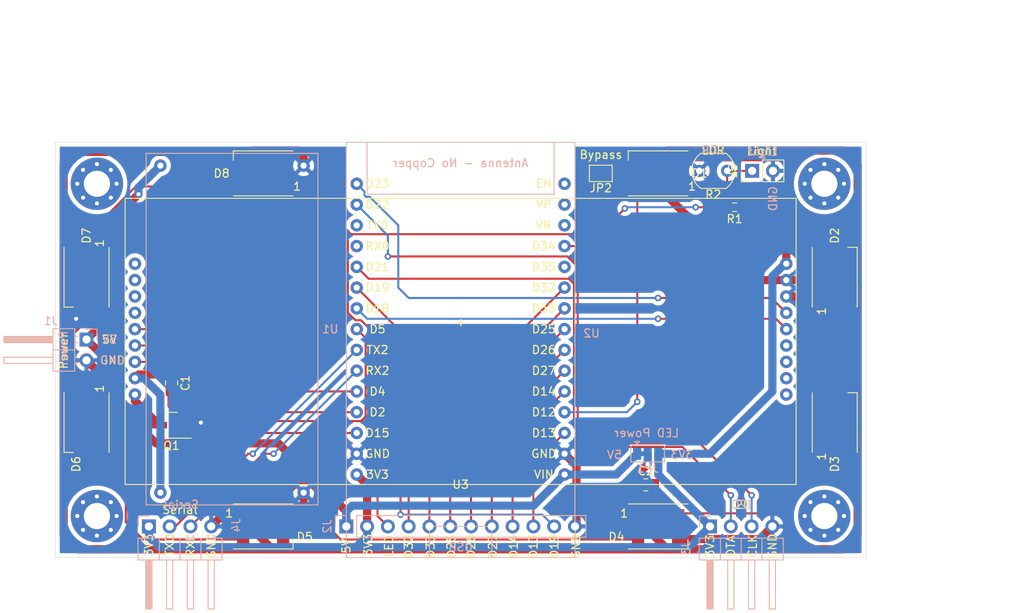
<source format=kicad_pcb>
(kicad_pcb (version 20211014) (generator pcbnew)
  (layers (0 "F.Cu" signal) (31 "B.Cu" signal) (34 "B.Paste" user) (35 "F.Paste" user) (36 "B.SilkS" user "B.Silkscreen") (37 "F.SilkS" user "F.Silkscreen") (38 "B.Mask" user) (39 "F.Mask" user) (44 "Edge.Cuts" user))
  (net 0 "")
  (net 1 "Net-(D1-Pad2)")
  (net 2 "LED_DATA")
  (net 3 "GND")
  (net 4 "Net-(D2-Pad2)")
  (net 5 "Net-(D3-Pad2)")
  (net 6 "Net-(D4-Pad2)")
  (net 7 "Net-(D5-Pad2)")
  (net 8 "Net-(D6-Pad2)")
  (net 9 "Net-(D7-Pad2)")
  (net 10 "LED_DATA_OUT")
  (net 11 "+5V")
  (net 12 "+3V3")
  (net 13 "D32")
  (net 14 "D33")
  (net 15 "D25")
  (net 16 "D26")
  (net 17 "D27")
  (net 18 "D14")
  (net 19 "D13")
  (net 20 "D19")
  (net 21 "I2C_CLK")
  (net 22 "I2C_DATA")
  (net 23 "TXDO")
  (net 24 "RXDI")
  (net 25 "LCD_PWM")
  (net 26 "LCD_BACKLIGHT_PWM")
  (net 27 "+7.5V")
  (net 28 "Net-(U2-Pad11)")
  (net 29 "Net-(U2-Pad8)")
  (net 30 "Net-(U2-Pad5)")
  (net 31 "Net-(U2-Pad9)")
  (net 32 "~{LCD_RESET}")
  (net 33 "LCD_RS")
  (net 34 "~{LCD_CS}")
  (net 35 "LCD_CLK")
  (net 36 "Net-(U2-Pad40)")
  (net 37 "Net-(U2-Pad41)")
  (net 38 "LCD_DATA")
  (net 39 "Net-(U3-Pad6)")
  (net 40 "Net-(U3-Pad7)")
  (net 41 "Net-(U3-Pad8)")
  (net 42 "Net-(U3-Pad9)")
  (net 43 "Net-(U3-Pad10)")
  (net 44 "Net-(U3-Pad11)")
  (net 45 "Net-(U3-Pad12)")
  (net 46 "Net-(U3-Pad13)")
  (net 47 "/LED_Power")
  (net 48 "AMBIENT_LIGHT")
  (footprint "LED_SMD:LED_WS2812B_PLCC4_5.0x5.0mm_P3.2mm" (layer "F.Cu") (at 103.505 90.805 -90)
    (fp_text reference "D7")
    (fp_text value "WS2812B" hide)
  )
  (footprint "LED_SMD:LED_WS2812B_PLCC4_5.0x5.0mm_P3.2mm" (layer "F.Cu") (at 103.505 108.585 -90)
    (fp_text reference "D6")
    (fp_text value "WS2812B" hide)
  )
  (footprint "LED_SMD:LED_WS2812B_PLCC4_5.0x5.0mm_P3.2mm" (layer "F.Cu") (at 125.095 78.105 180)
    (fp_text reference "D8")
    (fp_text value "WS2812B" hide)
  )
  (footprint "LED_SMD:LED_WS2812B_PLCC4_5.0x5.0mm_P3.2mm" (layer "F.Cu") (at 194.945 108.585 90)
    (fp_text reference "D3")
    (fp_text value "WS2812B" hide)
  )
  (footprint "D22_5003_03:D22-5003-03" (layer "F.Cu") (at 149.225 97.155)
    (fp_text reference "U3")
    (fp_text value "D22-5003-03_LCD")
  )
  (footprint "LED_SMD:LED_WS2812B_PLCC4_5.0x5.0mm_P3.2mm" (layer "F.Cu") (at 173.355 78.105 180)
    (fp_text reference "D1")
    (fp_text value "WS2812B" hide)
  )
  (footprint "LED_SMD:LED_WS2812B_PLCC4_5.0x5.0mm_P3.2mm" (layer "F.Cu") (at 194.945 90.805 90)
    (fp_text reference "D2")
    (fp_text value "WS2812B" hide)
  )
  (footprint "LED_SMD:LED_WS2812B_PLCC4_5.0x5.0mm_P3.2mm" (layer "F.Cu") (at 125.095 121.285)
    (fp_text reference "D5")
    (fp_text value "WS2812B" hide)
  )
  (footprint "Capacitor_SMD:C_0805_2012Metric_Pad1.18x1.45mm_HandSolder" (layer "F.Cu") (at 171.8525 116.205)
    (fp_text reference "C2")
    (fp_text value "10u")
  )
  (footprint "Capacitor_SMD:C_0805_2012Metric_Pad1.18x1.45mm_HandSolder" (layer "F.Cu") (at 113.8975 103.7375 -90)
    (fp_text reference "C1")
    (fp_text value "10u")
  )
  (footprint "MountingHole:MountingHole_3.2mm_M3_Pad_Via" (layer "F.Cu") (at 193.675 120.015)
    (fp_text reference "REF**" hide)
    (fp_text value "MountingHole_3.2mm_M3_Pad_Via" hide)
  )
  (footprint "MountingHole:MountingHole_3.2mm_M3_Pad_Via" (layer "F.Cu") (at 193.675 79.375)
    (fp_text reference "REF**" hide)
    (fp_text value "MountingHole_3.2mm_M3_Pad_Via" hide)
  )
  (footprint "MountingHole:MountingHole_3.2mm_M3_Pad_Via" (layer "F.Cu") (at 104.775 79.375)
    (fp_text reference "REF**" hide)
    (fp_text value "MountingHole_3.2mm_M3_Pad_Via" hide)
  )
  (footprint "MountingHole:MountingHole_3.2mm_M3_Pad_Via" (layer "F.Cu") (at 104.775 120.015)
    (fp_text reference "REF**" hide)
    (fp_text value "MountingHole_3.2mm_M3_Pad_Via" hide)
  )
  (footprint "Jumper:SolderJumper-2_P1.3mm_Open_Pad1.0x1.5mm" (layer "F.Cu") (at 166.355 78.105 180)
    (fp_text reference "JP2")
    (fp_text value "Bypass")
  )
  (footprint "LED_SMD:LED_WS2812B_PLCC4_5.0x5.0mm_P3.2mm" (layer "F.Cu") (at 173.355 121.285)
    (fp_text reference "D4")
    (fp_text value "WS2812B" hide)
  )
  (footprint "Package_TO_SOT_SMD:SOT-23_Handsoldering" (layer "F.Cu") (at 113.895 108.905 180)
    (fp_text reference "Q1")
    (fp_text value "TSM2302CX")
  )
  (footprint "Resistor_SMD:R_0603_1608Metric_Pad0.98x0.95mm_HandSolder" (layer "F.Cu") (at 182.7075 82.245 180)
    (fp_text reference "R1")
    (fp_text value "10k")
  )
  (footprint "OptoDevice:R_LDR_5.1x4.3mm_P3.4mm_Vertical" (layer "F.Cu") (at 181.795 77.795 180)
    (fp_text reference "R2")
    (fp_text value "LDR07" hide)
  )
  (footprint "Connector_PinHeader_2.54mm:PinHeader_1x02_P2.54mm_Vertical" (layer "F.Cu") (at 184.855 77.795 90)
    (fp_text reference "J5")
    (fp_text value "Light" hide)
  )
  (footprint "geekcreit_dev_board:geekcreit_dev_board" (layer "B.Cu") (at 149.225 97.155 180)
    (fp_text reference "U2")
    (fp_text value "Geekcreit_ESP32_Devboard")
  )
  (footprint "DC-DC_Converter:Buck-Boost" (layer "B.Cu") (at 121.285 97.155 -90)
    (fp_text reference "U1")
    (fp_text value "DC->DC")
  )
  (footprint "Connector_PinHeader_2.54mm:PinHeader_1x04_P2.54mm_Horizontal" (layer "B.Cu") (at 111.125 121.285 -90)
    (fp_text reference "J4")
    (fp_text value "Serial")
  )
  (footprint "Connector_PinHeader_2.54mm:PinHeader_1x12_P2.54mm_Vertical" (layer "B.Cu") (at 135.255 121.285 -90)
    (fp_text reference "J2")
    (fp_text value "Expansion")
  )
  (footprint "Connector_PinHeader_2.54mm:PinHeader_1x04_P2.54mm_Horizontal" (layer "B.Cu") (at 179.705 121.285 -90)
    (fp_text reference "J3")
    (fp_text value "I2C")
  )
  (footprint "Jumper:SolderJumper-3_P1.3mm_Bridged12_Pad1.0x1.5mm" (layer "B.Cu") (at 172.085 112.395)
    (fp_text reference "JP1")
    (fp_text value "LED_Power")
  )
  (footprint "Connector_PinHeader_2.54mm:PinHeader_1x02_P2.54mm_Horizontal" (layer "B.Cu") (at 103.505 98.425 180)
    (fp_text reference "J1")
    (fp_text value "Power")
  )
  (gr_line (start 99.695 125.095) (end 99.695 74.295) (layer "Edge.Cuts") (width 0.05))
  (gr_line (start 198.755 74.295) (end 198.755 125.095) (layer "Edge.Cuts") (width 0.05))
  (gr_line (start 198.755 125.095) (end 99.695 125.095) (layer "Edge.Cuts") (width 0.05))
  (gr_line (start 99.695 74.295) (end 198.755 74.295) (layer "Edge.Cuts") (width 0.05))
  (gr_text "Serial" (at 115.062 118.618) (layer "B.SilkS") (effects (font (size 1 1)) (justify mirror)))
  (gr_text "Power" (at 100.711 99.568 90) (layer "B.SilkS") (effects (font (size 1 1)) (justify mirror)))
  (gr_text "3V3" (at 176.276 112.522) (layer "B.SilkS") (effects (font (size 1 1)) (justify mirror)))
  (gr_text "Light" (at 186.145 75.445) (layer "B.SilkS") (effects (font (size 1 1)) (justify mirror)))
  (gr_text "GND" (at 187.395 81.195 90) (layer "B.SilkS") (effects (font (size 1 1)) (justify mirror)))
  (gr_text "LDR" (at 180.045 75.245) (layer "B.SilkS") (effects (font (size 1 1)) (justify mirror)))
  (gr_text "GND" (at 106.68 100.965) (layer "B.SilkS") (effects (font (size 1 1)) (justify mirror)))
  (gr_text "LED Power" (at 171.958 109.855) (layer "B.SilkS") (effects (font (size 1 1)) (justify mirror)))
  (gr_text "I2C" (at 183.515 118.618) (layer "B.SilkS") (effects (font (size 1 1)) (justify mirror)))
  (gr_text "5V" (at 168.021 112.522) (layer "B.SilkS") (effects (font (size 1 1)) (justify mirror)))
  (gr_text "5V" (at 106.299 98.425) (layer "B.SilkS") (effects (font (size 1 1)) (justify mirror)))
  (gr_text "3V3" (at 137.922 123.571 90) (layer "F.SilkS") (effects (font (size 1 1))))
  (gr_text "RXI" (at 116.205 123.825 90) (layer "F.SilkS") (effects (font (size 1 1))))
  (gr_text "5V" (at 135.255 123.698 90) (layer "F.SilkS") (effects (font (size 1 1))))
  (gr_text "D13" (at 158.115 123.698 90) (layer "F.SilkS") (effects (font (size 1 1))))
  (gr_text "D19" (at 160.655 123.698 90) (layer "F.SilkS") (effects (font (size 1 1))))
  (gr_text "Power" (at 100.711 99.822 90) (layer "F.SilkS") (effects (font (size 1 1))))
  (gr_text "Bypass" (at 166.37 75.819) (layer "F.SilkS") (effects (font (size 1 1))))
  (gr_text "D14" (at 155.702 123.698 90) (layer "F.SilkS") (effects (font (size 1 1))))
  (gr_text "GND" (at 163.322 123.698 90) (layer "F.SilkS") (effects (font (size 1 1))))
  (gr_text "D33" (at 145.542 123.698 90) (layer "F.SilkS") (effects (font (size 1 1))))
  (gr_text "3V3" (at 179.705 123.698 90) (layer "F.SilkS") (effects (font (size 1 1))))
  (gr_text "D26" (at 150.495 123.698 90) (layer "F.SilkS") (effects (font (size 1 1))))
  (gr_text "GND" (at 187.325 123.698 90) (layer "F.SilkS") (effects (font (size 1 1))))
  (gr_text "TXO" (at 113.665 123.571 90) (layer "F.SilkS") (effects (font (size 1 1))))
  (gr_text "I2C" (at 183.515 118.618) (layer "F.SilkS") (effects (font (size 1 1))))
  (gr_text "5V" (at 106.299 98.425) (layer "F.SilkS") (effects (font (size 1 1))))
  (gr_text "D25" (at 148.082 123.698 90) (layer "F.SilkS") (effects (font (size 1 1))))
  (gr_text "LED" (at 140.462 123.698 90) (layer "F.SilkS") (effects (font (size 1 1))))
  (gr_text "D27" (at 153.162 123.698 90) (layer "F.SilkS") (effects (font (size 1 1))))
  (gr_text "+" (at 149.2504 96.2914) (layer "F.SilkS") (effects (font (size 1 1))))
  (gr_text "CLK" (at 184.912 123.698 90) (layer "F.SilkS") (effects (font (size 1 1))))
  (gr_text "DTA" (at 182.245 123.698 90) (layer "F.SilkS") (effects (font (size 1 1))))
  (gr_text "Serial" (at 114.935 119.253) (layer "F.SilkS") (effects (font (size 1 1))))
  (gr_text "3V3" (at 111.125 123.571 90) (layer "F.SilkS") (effects (font (size 1 1))))
  (gr_text "D32" (at 142.875 123.698 90) (layer "F.SilkS") (effects (font (size 1 1))))
  (gr_text "LDR" (at 180.095 75.295) (layer "F.SilkS") (effects (font (size 1 1))))
  (gr_text "GND" (at 106.68 100.965) (layer "F.SilkS") (effects (font (size 1 1))))
  (gr_text "GND" (at 118.745 123.698 90) (layer "F.SilkS") (effects (font (size 1 1))))
  (gr_text "Light" (at 186.045 75.345) (layer "F.SilkS") (effects (font (size 1 1))))
  (segment (start 175.805 76.505) (end 188.285 76.505) (width 0.25) (layer "F.Cu") (net 1))
  (segment (start 189.495 77.715) (end 189.495 84.505) (width 0.25) (layer "F.Cu") (net 1))
  (segment (start 188.285 76.505) (end 189.495 77.715) (width 0.25) (layer "F.Cu") (net 1))
  (segment (start 189.495 84.505) (end 193.345 88.355) (width 0.25) (layer "F.Cu") (net 1))
  (segment (start 169.305 78.105) (end 170.905 79.705) (width 0.25) (layer "F.Cu") (net 2))
  (segment (start 170.815 106.045) (end 170.815 79.795) (width 0.25) (layer "F.Cu") (net 2))
  (segment (start 167.005 78.105) (end 169.305 78.105) (width 0.25) (layer "F.Cu") (net 2))
  (segment (start 170.815 79.795) (end 170.905 79.705) (width 0.25) (layer "F.Cu") (net 2))
  (via (at 170.815 106.045) (size 0.8) (drill 0.4) (layers "F.Cu" "B.Cu") (net 2))
  (segment (start 161.925 107.315) (end 169.545 107.315) (width 0.25) (layer "B.Cu") (net 2))
  (segment (start 169.545 107.315) (end 170.815 106.045) (width 0.25) (layer "B.Cu") (net 2))
  (segment (start 113.8975 106.4575) (end 115.395 107.955) (width 1) (layer "F.Cu") (net 3))
  (segment (start 187.325 121.285) (end 185.774999 122.835001) (width 1) (layer "F.Cu") (net 3))
  (segment (start 175.854999 122.835001) (end 175.805 122.885) (width 1) (layer "F.Cu") (net 3))
  (segment (start 122.645 76.505) (end 123.845001 75.304999) (width 1) (layer "F.Cu") (net 3))
  (segment (start 189.025 91.155) (end 184.744998 91.155) (width 1) (layer "F.Cu") (net 3))
  (segment (start 130.035 120.395) (end 127.545 122.885) (width 1) (layer "F.Cu") (net 3))
  (segment (start 104.165003 109.584999) (end 106.305001 107.445001) (width 1) (layer "F.Cu") (net 3))
  (segment (start 115.395 107.955) (end 116.845 107.955) (width 1) (layer "F.Cu") (net 3))
  (segment (start 101.905 93.255) (end 101.905 95.555) (width 1) (layer "F.Cu") (net 3))
  (segment (start 126.094999 120.624997) (end 123.955001 118.484999) (width 1) (layer "F.Cu") (net 3))
  (segment (start 123.845001 75.304999) (end 129.262629 75.304999) (width 1) (layer "F.Cu") (net 3))
  (segment (start 126.094999 121.434999) (end 126.094999 120.624997) (width 1) (layer "F.Cu") (net 3))
  (segment (start 106.305001 103.765001) (end 103.505 100.965) (width 1) (layer "F.Cu") (net 3))
  (segment (start 194.355001 108.324999) (end 196.545 106.135) (width 1) (layer "F.Cu") (net 3))
  (segment (start 184.744998 91.155) (end 170.905 77.315002) (width 1) (layer "F.Cu") (net 3))
  (segment (start 113.8975 104.775) (end 113.8975 106.4575) (width 1) (layer "F.Cu") (net 3))
  (segment (start 116.845 107.955) (end 117.475 108.585) (width 1) (layer "F.Cu") (net 3))
  (segment (start 103.355001 109.584999) (end 104.165003 109.584999) (width 1) (layer "F.Cu") (net 3))
  (segment (start 170.905 77.315002) (end 170.905 76.505) (width 1) (layer "F.Cu") (net 3))
  (segment (start 172.89 116.205) (end 172.89 119.97) (width 1) (layer "F.Cu") (net 3))
  (segment (start 121.545001 118.484999) (end 118.745 121.285) (width 1) (layer "F.Cu") (net 3))
  (segment (start 123.955001 118.484999) (end 121.545001 118.484999) (width 1) (layer "F.Cu") (net 3))
  (segment (start 127.545 122.885) (end 126.094999 121.434999) (width 1) (layer "F.Cu") (net 3))
  (segment (start 190.10263 93.155) (end 192.144999 95.197369) (width 1) (layer "F.Cu") (net 3))
  (segment (start 130.035 117.155) (end 130.035 120.395) (width 1) (layer "F.Cu") (net 3))
  (segment (start 101.905 95.555) (end 102.235 95.885) (width 1) (layer "F.Cu") (net 3))
  (segment (start 185.774999 122.835001) (end 175.854999 122.835001) (width 1) (layer "F.Cu") (net 3))
  (segment (start 189.025 93.155) (end 190.10263 93.155) (width 1) (layer "F.Cu") (net 3))
  (segment (start 189.025 91.155) (end 193.745 91.155) (width 1) (layer "F.Cu") (net 3))
  (segment (start 163.387001 113.857001) (end 163.387001 121.092999) (width 1) (layer "F.Cu") (net 3))
  (segment (start 101.905 111.035) (end 103.355001 109.584999) (width 1) (layer "F.Cu") (net 3))
  (segment (start 192.144999 95.197369) (end 192.144999 108.324999) (width 1) (layer "F.Cu") (net 3))
  (segment (start 172.89 119.97) (end 175.805 122.885) (width 1) (layer "F.Cu") (net 3))
  (segment (start 130.035 76.07737) (end 130.035 77.155) (width 1) (layer "F.Cu") (net 3))
  (segment (start 192.144999 108.324999) (end 194.355001 108.324999) (width 1) (layer "F.Cu") (net 3))
  (segment (start 106.305001 107.445001) (end 106.305001 103.765001) (width 1) (layer "F.Cu") (net 3))
  (segment (start 193.745 91.155) (end 196.545 88.355) (width 1) (layer "F.Cu") (net 3))
  (segment (start 129.262629 75.304999) (end 130.035 76.07737) (width 1) (layer "F.Cu") (net 3))
  (segment (start 161.925 112.395) (end 163.387001 113.857001) (width 1) (layer "F.Cu") (net 3))
  (segment (start 163.387001 121.092999) (end 163.195 121.285) (width 1) (layer "F.Cu") (net 3))
  (via (at 102.235 95.885) (size 1) (drill 0.5) (layers "F.Cu" "B.Cu") (net 3))
  (via (at 117.475 108.585) (size 1) (drill 0.5) (layers "F.Cu" "B.Cu") (net 3))
  (segment (start 196.545 93.255) (end 196.545 102.935) (width 0.25) (layer "F.Cu") (net 4))
  (segment (start 196.545 102.935) (end 193.345 106.135) (width 0.25) (layer "F.Cu") (net 4))
  (segment (start 175.805 119.685) (end 187.655 119.685) (width 0.25) (layer "F.Cu") (net 5))
  (segment (start 187.655 119.685) (end 196.305 111.035) (width 0.25) (layer "F.Cu") (net 5))
  (segment (start 196.305 111.035) (end 196.545 111.035) (width 0.25) (layer "F.Cu") (net 5))
  (segment (start 131.445 119.760002) (end 134.569998 122.885) (width 0.25) (layer "F.Cu") (net 6))
  (segment (start 127.545 118.036238) (end 129.559237 116.022001) (width 0.25) (layer "F.Cu") (net 6))
  (segment (start 129.559237 116.022001) (end 130.510763 116.022001) (width 0.25) (layer "F.Cu") (net 6))
  (segment (start 130.510763 116.022001) (end 131.445 116.956238) (width 0.25) (layer "F.Cu") (net 6))
  (segment (start 134.569998 122.885) (end 170.905 122.885) (width 0.25) (layer "F.Cu") (net 6))
  (segment (start 127.545 119.685) (end 127.545 118.036238) (width 0.25) (layer "F.Cu") (net 6))
  (segment (start 131.445 116.956238) (end 131.445 119.760002) (width 0.25) (layer "F.Cu") (net 6))
  (segment (start 108.300001 120.745003) (end 108.300001 114.230001) (width 0.25) (layer "F.Cu") (net 7))
  (segment (start 108.300001 114.230001) (end 105.105 111.035) (width 0.25) (layer "F.Cu") (net 7))
  (segment (start 110.439998 122.885) (end 108.300001 120.745003) (width 0.25) (layer "F.Cu") (net 7))
  (segment (start 122.645 122.885) (end 110.439998 122.885) (width 0.25) (layer "F.Cu") (net 7))
  (segment (start 101.905 97.739998) (end 105.105 94.539998) (width 0.25) (layer "F.Cu") (net 8))
  (segment (start 101.905 106.135) (end 101.905 97.739998) (width 0.25) (layer "F.Cu") (net 8))
  (segment (start 105.105 94.539998) (end 105.105 93.255) (width 0.25) (layer "F.Cu") (net 8))
  (segment (start 101.905 88.355) (end 101.905 87.325) (width 0.25) (layer "F.Cu") (net 9))
  (segment (start 109.525 79.705) (end 122.645 79.705) (width 0.25) (layer "F.Cu") (net 9))
  (segment (start 101.905 87.325) (end 109.525 79.705) (width 0.25) (layer "F.Cu") (net 9))
  (segment (start 135.437999 95.136761) (end 136.369237 96.067999) (width 0.25) (layer "F.Cu") (net 10))
  (segment (start 127.545 76.505) (end 127.545 77.255) (width 0.25) (layer "F.Cu") (net 10))
  (segment (start 127.545 77.255) (end 135.437999 85.147999) (width 0.25) (layer "F.Cu") (net 10))
  (segment (start 137.046761 96.067999) (end 139.065 98.086238) (width 0.25) (layer "F.Cu") (net 10))
  (segment (start 135.437999 85.147999) (end 135.437999 95.136761) (width 0.25) (layer "F.Cu") (net 10))
  (segment (start 139.065 120.015) (end 140.335 121.285) (width 0.25) (layer "F.Cu") (net 10))
  (segment (start 135.832001 85.542001) (end 135.437999 85.147999) (width 0.25) (layer "F.Cu") (net 10))
  (segment (start 165.705 78.105) (end 165.705 83.215) (width 0.25) (layer "F.Cu") (net 10))
  (segment (start 139.065 98.086238) (end 139.065 120.015) (width 0.25) (layer "F.Cu") (net 10))
  (segment (start 165.705 83.215) (end 163.377999 85.542001) (width 0.25) (layer "F.Cu") (net 10))
  (segment (start 163.377999 85.542001) (end 135.832001 85.542001) (width 0.25) (layer "F.Cu") (net 10))
  (segment (start 136.369237 96.067999) (end 137.046761 96.067999) (width 0.25) (layer "F.Cu") (net 10))
  (segment (start 126.945 111.125) (end 135.255 119.435) (width 1) (layer "F.Cu") (net 11))
  (segment (start 107.505012 106.625014) (end 112.004998 111.125) (width 1) (layer "F.Cu") (net 11))
  (segment (start 112.004998 111.125) (end 126.945 111.125) (width 1) (layer "F.Cu") (net 11))
  (segment (start 103.505 98.425) (end 107.505012 102.425012) (width 1) (layer "F.Cu") (net 11))
  (segment (start 107.315 83.185) (end 109.855 80.645) (width 1) (layer "F.Cu") (net 11))
  (segment (start 107.315 94.615) (end 107.315 83.185) (width 1) (layer "F.Cu") (net 11))
  (segment (start 135.255 119.435) (end 135.255 121.285) (width 1) (layer "F.Cu") (net 11))
  (segment (start 107.505012 102.425012) (end 107.505012 106.625014) (width 1) (layer "F.Cu") (net 11))
  (segment (start 103.505 98.425) (end 107.315 94.615) (width 1) (layer "F.Cu") (net 11))
  (via (at 109.855 80.645) (size 1) (drill 0.5) (layers "F.Cu" "B.Cu") (net 11))
  (segment (start 135.945 118.745) (end 158.115 118.745) (width 1) (layer "B.Cu") (net 11))
  (segment (start 109.855 80.645) (end 109.855 79.835) (width 1) (layer "B.Cu") (net 11))
  (segment (start 168.245 114.935) (end 170.785 112.395) (width 1) (layer "B.Cu") (net 11))
  (segment (start 135.255 119.435) (end 135.945 118.745) (width 1) (layer "B.Cu") (net 11))
  (segment (start 161.925 114.935) (end 168.245 114.935) (width 1) (layer "B.Cu") (net 11))
  (segment (start 158.115 118.745) (end 161.925 114.935) (width 1) (layer "B.Cu") (net 11))
  (segment (start 135.255 121.285) (end 135.255 119.435) (width 1) (layer "B.Cu") (net 11))
  (segment (start 109.855 79.835) (end 112.535 77.155) (width 1) (layer "B.Cu") (net 11))
  (segment (start 189.025 87.65) (end 183.62 82.245) (width 1) (layer "F.Cu") (net 12))
  (segment (start 137.795 116.205) (end 136.525 114.935) (width 1) (layer "F.Cu") (net 12))
  (segment (start 137.795 121.285) (end 137.795 116.205) (width 1) (layer "F.Cu") (net 12))
  (segment (start 189.025 89.155) (end 189.025 87.65) (width 1) (layer "F.Cu") (net 12))
  (segment (start 179.705 112.395) (end 187.325 104.775) (width 1) (layer "B.Cu") (net 12))
  (segment (start 188.861238 89.155) (end 189.025 89.155) (width 1) (layer "B.Cu") (net 12))
  (segment (start 136.457081 123.825) (end 137.795 122.487081) (width 1) (layer "B.Cu") (net 12))
  (segment (start 112.395 123.825) (end 136.457081 123.825) (width 1) (layer "B.Cu") (net 12))
  (segment (start 187.325 90.691238) (end 188.861238 89.155) (width 1) (layer "B.Cu") (net 12))
  (segment (start 187.325 104.775) (end 187.325 90.691238) (width 1) (layer "B.Cu") (net 12))
  (segment (start 111.125 122.555) (end 112.395 123.825) (width 1) (layer "B.Cu") (net 12))
  (segment (start 173.385 112.395) (end 179.705 112.395) (width 1) (layer "B.Cu") (net 12))
  (segment (start 137.795 122.487081) (end 137.795 121.285) (width 1) (layer "B.Cu") (net 12))
  (segment (start 173.385 114.965) (end 179.705 121.285) (width 1) (layer "B.Cu") (net 12))
  (segment (start 173.385 112.395) (end 173.385 114.965) (width 1) (layer "B.Cu") (net 12))
  (segment (start 136.457081 123.825) (end 177.165 123.825) (width 1) (layer "B.Cu") (net 12))
  (segment (start 177.165 123.825) (end 179.705 121.285) (width 1) (layer "B.Cu") (net 12))
  (segment (start 111.125 121.285) (end 111.125 122.555) (width 1) (layer "B.Cu") (net 12))
  (segment (start 161.925 92.075) (end 142.875 111.125) (width 0.25) (layer "F.Cu") (net 13))
  (segment (start 142.875 111.125) (end 142.875 121.285) (width 0.25) (layer "F.Cu") (net 13))
  (segment (start 161.925 94.615) (end 145.415 111.125) (width 0.25) (layer "F.Cu") (net 14))
  (segment (start 145.415 111.125) (end 145.415 121.285) (width 0.25) (layer "F.Cu") (net 14))
  (segment (start 161.925 97.155) (end 147.955 111.125) (width 0.25) (layer "F.Cu") (net 15))
  (segment (start 147.955 111.125) (end 147.955 121.285) (width 0.25) (layer "F.Cu") (net 15))
  (segment (start 161.925 99.695) (end 150.495 111.125) (width 0.25) (layer "F.Cu") (net 16))
  (segment (start 150.495 111.125) (end 150.495 121.285) (width 0.25) (layer "F.Cu") (net 16))
  (segment (start 153.035 111.125) (end 153.035 121.285) (width 0.25) (layer "F.Cu") (net 17))
  (segment (start 161.925 102.235) (end 153.035 111.125) (width 0.25) (layer "F.Cu") (net 17))
  (segment (start 161.925 104.775) (end 155.575 111.125) (width 0.25) (layer "F.Cu") (net 18))
  (segment (start 155.575 111.125) (end 155.575 121.285) (width 0.25) (layer "F.Cu") (net 18))
  (segment (start 161.925 109.855) (end 158.115 113.665) (width 0.25) (layer "F.Cu") (net 19))
  (segment (start 158.115 113.665) (end 158.115 121.285) (width 0.25) (layer "F.Cu") (net 19))
  (segment (start 136.525 92.075) (end 141.875644 97.425644) (width 0.25) (layer "F.Cu") (net 20))
  (segment (start 141.875644 97.425644) (end 141.875644 119.84501) (width 0.25) (layer "F.Cu") (net 20))
  (via (at 141.875644 119.84501) (size 0.8) (drill 0.4) (layers "F.Cu" "B.Cu") (net 20))
  (segment (start 160.655 121.285) (end 159.21501 119.84501) (width 0.25) (layer "B.Cu") (net 20))
  (segment (start 159.21501 119.84501) (end 141.875644 119.84501) (width 0.25) (layer "B.Cu") (net 20))
  (segment (start 163.533762 108.923762) (end 165.735 111.125) (width 0.25) (layer "F.Cu") (net 21))
  (segment (start 162.263762 88.265) (end 163.533762 89.535) (width 0.25) (layer "F.Cu") (net 21))
  (segment (start 178.435 111.125) (end 184.785 117.475) (width 0.25) (layer "F.Cu") (net 21))
  (segment (start 165.735 111.125) (end 178.435 111.125) (width 0.25) (layer "F.Cu") (net 21))
  (segment (start 163.533762 89.535) (end 163.533762 108.923762) (width 0.25) (layer "F.Cu") (net 21))
  (segment (start 140.335 88.265) (end 162.263762 88.265) (width 0.25) (layer "F.Cu") (net 21))
  (via (at 184.785 117.475) (size 0.8) (drill 0.4) (layers "F.Cu" "B.Cu") (net 21))
  (via (at 140.335 88.265) (size 0.8) (drill 0.4) (layers "F.Cu" "B.Cu") (net 21))
  (segment (start 136.525 81.915) (end 140.335 85.725) (width 0.25) (layer "B.Cu") (net 21))
  (segment (start 184.785 117.475) (end 184.785 121.285) (width 0.25) (layer "B.Cu") (net 21))
  (segment (start 140.335 85.725) (end 140.335 88.265) (width 0.25) (layer "B.Cu") (net 21))
  (segment (start 163.083751 91.624989) (end 163.083751 109.110162) (width 0.25) (layer "F.Cu") (net 22))
  (segment (start 136.525 89.535) (end 137.977999 90.987999) (width 0.25) (layer "F.Cu") (net 22))
  (segment (start 176.345011 111.575011) (end 182.245 117.475) (width 0.25) (layer "F.Cu") (net 22))
  (segment (start 163.083751 109.110162) (end 165.5486 111.575011) (width 0.25) (layer "F.Cu") (net 22))
  (segment (start 165.5486 111.575011) (end 176.345011 111.575011) (width 0.25) (layer "F.Cu") (net 22))
  (segment (start 137.977999 90.987999) (end 162.446761 90.987999) (width 0.25) (layer "F.Cu") (net 22))
  (segment (start 162.446761 90.987999) (end 163.083751 91.624989) (width 0.25) (layer "F.Cu") (net 22))
  (via (at 182.245 117.475) (size 0.8) (drill 0.4) (layers "F.Cu" "B.Cu") (net 22))
  (segment (start 182.245 117.475) (end 182.245 121.285) (width 0.25) (layer "B.Cu") (net 22))
  (segment (start 114.369315 121.285) (end 113.665 121.285) (width 0.25) (layer "F.Cu") (net 23))
  (segment (start 123.259315 112.395) (end 114.369315 121.285) (width 0.25) (layer "F.Cu") (net 23))
  (segment (start 123.825 112.395) (end 123.259315 112.395) (width 0.25) (layer "F.Cu") (net 23))
  (via (at 123.825 112.395) (size 0.8) (drill 0.4) (layers "F.Cu" "B.Cu") (net 23))
  (segment (start 136.525 99.695) (end 123.825 112.395) (width 0.25) (layer "B.Cu") (net 23))
  (segment (start 125.095 112.395) (end 116.205 121.285) (width 0.25) (layer "F.Cu") (net 24))
  (segment (start 126.365 112.395) (end 125.095 112.395) (width 0.25) (layer "F.Cu") (net 24))
  (via (at 126.365 112.395) (size 0.8) (drill 0.4) (layers "F.Cu" "B.Cu") (net 24))
  (segment (start 136.525 102.235) (end 126.365 112.395) (width 0.25) (layer "B.Cu") (net 24))
  (segment (start 115.395 109.855) (end 136.525 109.855) (width 0.25) (layer "F.Cu") (net 25))
  (segment (start 109.425 105.155) (end 109.425 105.935) (width 1) (layer "F.Cu") (net 26))
  (segment (start 109.425 105.935) (end 112.395 108.905) (width 1) (layer "F.Cu") (net 26))
  (segment (start 109.88 102.7) (end 109.425 103.155) (width 1) (layer "F.Cu") (net 27))
  (segment (start 113.8975 102.7) (end 109.88 102.7) (width 1) (layer "F.Cu") (net 27))
  (segment (start 112.535 105.18737) (end 110.50263 103.155) (width 1) (layer "B.Cu") (net 27))
  (segment (start 112.535 117.155) (end 112.535 105.18737) (width 1) (layer "B.Cu") (net 27))
  (segment (start 110.50263 103.155) (end 109.425 103.155) (width 1) (layer "B.Cu") (net 27))
  (segment (start 136.525 107.315) (end 121.285 107.315) (width 0.25) (layer "F.Cu") (net 32))
  (segment (start 113.125 99.155) (end 109.425 99.155) (width 0.25) (layer "F.Cu") (net 32))
  (segment (start 121.285 107.315) (end 113.125 99.155) (width 0.25) (layer "F.Cu") (net 32))
  (segment (start 136.525 104.775) (end 120.015 104.775) (width 0.25) (layer "F.Cu") (net 33))
  (segment (start 120.015 104.775) (end 112.395 97.155) (width 0.25) (layer "F.Cu") (net 33))
  (segment (start 112.395 97.155) (end 109.425 97.155) (width 0.25) (layer "F.Cu") (net 33))
  (segment (start 114.94751 102.24751) (end 121.102001 108.402001) (width 0.25) (layer "F.Cu") (net 34))
  (segment (start 137.046761 108.402001) (end 137.612001 107.836761) (width 0.25) (layer "F.Cu") (net 34))
  (segment (start 114.94751 102.12432) (end 114.94751 102.24751) (width 0.25) (layer "F.Cu") (net 34))
  (segment (start 113.97819 101.155) (end 114.94751 102.12432) (width 0.25) (layer "F.Cu") (net 34))
  (segment (start 137.612001 107.836761) (end 137.612001 98.242001) (width 0.25) (layer "F.Cu") (net 34))
  (segment (start 109.425 101.155) (end 113.97819 101.155) (width 0.25) (layer "F.Cu") (net 34))
  (segment (start 137.612001 98.242001) (end 136.525 97.155) (width 0.25) (layer "F.Cu") (net 34))
  (segment (start 121.102001 108.402001) (end 137.046761 108.402001) (width 0.25) (layer "F.Cu") (net 34))
  (segment (start 187.755 95.885) (end 189.025 97.155) (width 0.25) (layer "F.Cu") (net 35))
  (segment (start 173.355 95.885) (end 187.755 95.885) (width 0.25) (layer "F.Cu") (net 35))
  (via (at 173.355 95.885) (size 0.8) (drill 0.4) (layers "F.Cu" "B.Cu") (net 35))
  (segment (start 136.525 94.615) (end 137.795 95.885) (width 0.25) (layer "B.Cu") (net 35))
  (segment (start 137.795 95.885) (end 173.355 95.885) (width 0.25) (layer "B.Cu") (net 35))
  (segment (start 187.215 93.345) (end 189.025 95.155) (width 0.25) (layer "F.Cu") (net 38))
  (segment (start 173.355 93.345) (end 187.215 93.345) (width 0.25) (layer "F.Cu") (net 38))
  (via (at 173.355 93.345) (size 0.8) (drill 0.4) (layers "F.Cu" "B.Cu") (net 38))
  (segment (start 137.46999 80.779626) (end 137.660374 80.97001) (width 0.25) (layer "B.Cu") (net 38))
  (segment (start 142.875 93.345) (end 173.355 93.345) (width 0.25) (layer "B.Cu") (net 38))
  (segment (start 141.605 92.075) (end 142.875 93.345) (width 0.25) (layer "B.Cu") (net 38))
  (segment (start 137.660374 80.97001) (end 138.12001 80.97001) (width 0.25) (layer "B.Cu") (net 38))
  (segment (start 138.12001 80.97001) (end 141.605 84.455) (width 0.25) (layer "B.Cu") (net 38))
  (segment (start 136.525 79.375) (end 137.46999 80.31999) (width 0.25) (layer "B.Cu") (net 38))
  (segment (start 137.46999 80.31999) (end 137.46999 80.779626) (width 0.25) (layer "B.Cu") (net 38))
  (segment (start 141.605 84.455) (end 141.605 92.075) (width 0.25) (layer "B.Cu") (net 38))
  (segment (start 197.745001 122.294999) (end 197.745001 109.724999) (width 1) (layer "F.Cu") (net 47))
  (segment (start 100.704999 91.944999) (end 104.294998 88.355) (width 1) (layer "F.Cu") (net 47))
  (segment (start 194.795001 91.804999) (end 193.345 93.255) (width 1) (layer "F.Cu") (net 47))
  (segment (start 197.745001 109.724999) (end 197.745001 91.944999) (width 1) (layer "F.Cu") (net 47))
  (segment (start 100.704999 109.724999) (end 104.294998 106.135) (width 1) (layer "F.Cu") (net 47))
  (segment (start 119.104997 75.474999) (end 122.134997 78.504999) (width 1) (layer "F.Cu") (net 47))
  (segment (start 197.745001 77.095001) (end 195.954999 75.304999) (width 1) (layer "F.Cu") (net 47))
  (segment (start 174.494999 124.085001) (end 195.954999 124.085001) (width 1) (layer "F.Cu") (net 47))
  (segment (start 195.954999 75.304999) (end 174.494999 75.304999) (width 1) (layer "F.Cu") (net 47))
  (segment (start 174.494999 124.085001) (end 126.234999 124.085001) (width 1) (layer "F.Cu") (net 47))
  (segment (start 100.704999 91.944999) (end 100.704999 77.095001) (width 1) (layer "F.Cu") (net 47))
  (segment (start 170.815 119.595) (end 170.905 119.685) (width 1) (layer "F.Cu") (net 47))
  (segment (start 100.704999 122.294999) (end 100.704999 109.724999) (width 1) (layer "F.Cu") (net 47))
  (segment (start 100.704999 77.095001) (end 102.325001 75.474999) (width 1) (layer "F.Cu") (net 47))
  (segment (start 174.354999 78.254999) (end 175.805 79.705) (width 1) (layer "F.Cu") (net 47))
  (segment (start 100.704999 109.724999) (end 100.704999 91.944999) (width 1) (layer "F.Cu") (net 47))
  (segment (start 126.344999 78.504999) (end 127.545 79.705) (width 1) (layer "F.Cu") (net 47))
  (segment (start 104.294998 106.135) (end 105.105 106.135) (width 1) (layer "F.Cu") (net 47))
  (segment (start 170.815 116.205) (end 170.815 114.935) (width 1) (layer "F.Cu") (net 47))
  (segment (start 126.234999 124.085001) (end 122.645 120.495002) (width 1) (layer "F.Cu") (net 47))
  (segment (start 197.605001 91.804999) (end 194.795001 91.804999) (width 1) (layer "F.Cu") (net 47))
  (segment (start 170.815 116.205) (end 170.815 119.595) (width 1) (layer "F.Cu") (net 47))
  (segment (start 104.294998 88.355) (end 105.105 88.355) (width 1) (layer "F.Cu") (net 47))
  (segment (start 174.494999 75.304999) (end 174.354999 75.444999) (width 1) (layer "F.Cu") (net 47))
  (segment (start 197.745001 109.724999) (end 197.605001 109.584999) (width 1) (layer "F.Cu") (net 47))
  (segment (start 102.495001 124.085001) (end 100.704999 122.294999) (width 1) (layer "F.Cu") (net 47))
  (segment (start 122.134997 78.504999) (end 126.344999 78.504999) (width 1) (layer "F.Cu") (net 47))
  (segment (start 170.905 119.685) (end 170.905 120.495002) (width 1) (layer "F.Cu") (net 47))
  (segment (start 197.745001 91.944999) (end 197.605001 91.804999) (width 1) (layer "F.Cu") (net 47))
  (segment (start 122.645 120.495002) (end 122.645 119.685) (width 1) (layer "F.Cu") (net 47))
  (segment (start 102.325001 75.474999) (end 119.104997 75.474999) (width 1) (layer "F.Cu") (net 47))
  (segment (start 197.745001 91.944999) (end 197.745001 77.095001) (width 1) (layer "F.Cu") (net 47))
  (segment (start 170.815 114.935) (end 172.085 113.665) (width 1) (layer "F.Cu") (net 47))
  (segment (start 170.905 120.495002) (end 174.494999 124.085001) (width 1) (layer "F.Cu") (net 47))
  (segment (start 174.354999 75.444999) (end 174.354999 78.254999) (width 1) (layer "F.Cu") (net 47))
  (segment (start 195.954999 124.085001) (end 197.745001 122.294999) (width 1) (layer "F.Cu") (net 47))
  (segment (start 197.605001 109.584999) (end 194.795001 109.584999) (width 1) (layer "F.Cu") (net 47))
  (segment (start 194.795001 109.584999) (end 193.345 111.035) (width 1) (layer "F.Cu") (net 47))
  (segment (start 126.234999 124.085001) (end 102.495001 124.085001) (width 1) (layer "F.Cu") (net 47))
  (via (at 172.085 113.665) (size 1) (drill 0.5) (layers "F.Cu" "B.Cu") (net 47))
  (segment (start 172.085 113.665) (end 172.085 112.395) (width 1) (layer "B.Cu") (net 47))
  (segment (start 164.695 86.995) (end 161.925 86.995) (width 0.25) (layer "F.Cu") (net 48))
  (segment (start 181.795 77.795) (end 181.795 82.245) (width 0.25) (layer "F.Cu") (net 48))
  (segment (start 169.295 82.395) (end 164.695 86.995) (width 0.25) (layer "F.Cu") (net 48))
  (segment (start 181.795 82.245) (end 177.945 82.245) (width 0.25) (layer "F.Cu") (net 48))
  (segment (start 184.855 77.795) (end 181.795 77.795) (width 0.25) (layer "F.Cu") (net 48))
  (via (at 169.295 82.395) (size 0.8) (drill 0.4) (layers "F.Cu" "B.Cu") (net 48))
  (via (at 177.945 82.245) (size 0.8) (drill 0.4) (layers "F.Cu" "B.Cu") (net 48))
  (segment (start 177.945 82.245) (end 169.445 82.245) (width 0.25) (layer "B.Cu") (net 48))
  (segment (start 169.445 82.245) (end 169.295 82.395) (width 0.25) (layer "B.Cu") (net 48))
  (zone (net 0) (net_name "") (layers F&B.Cu) (connect_pads (clearance 0)) (min_thickness 0.254)
    (keepout (tracks not_allowed) (vias not_allowed) (pads allowed) (copperpour not_allowed) (footprints allowed))
    (fill (thermal_gap 0.508) (thermal_bridge_width 0.508))
    (polygon (pts (xy 160.655 80.645) (xy 137.795 80.645) (xy 137.795 74.295) (xy 160.655 74.295)))
  )
  (zone (net 3) (net_name "GND") (layer "B.Cu") (connect_pads (clearance 0.508)) (min_thickness 0.254) (fill yes (thermal_gap 0.508) (thermal_bridge_width 0.508))
    (polygon (pts (xy 135.255 81.915) (xy 163.195 81.915) (xy 163.195 74.295) (xy 198.755 74.295) (xy 198.755 125.095) (xy 99.695 125.095) (xy 99.695 74.295) (xy 135.255 74.295)))
  )
)
</source>
